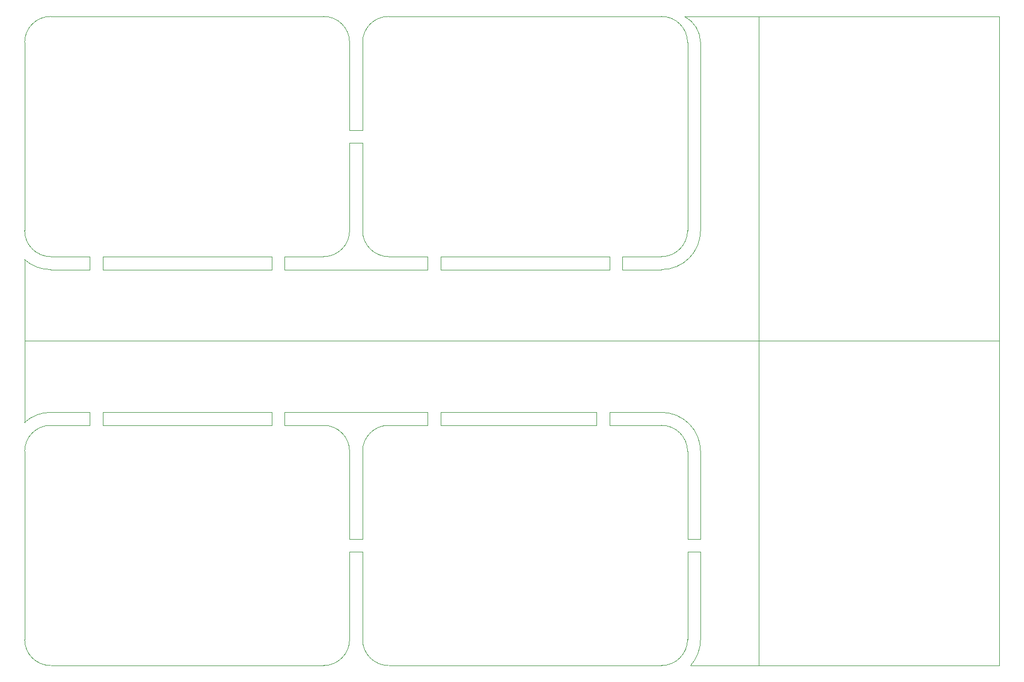
<source format=gm1>
G04 #@! TF.FileFunction,Profile,NP*
%FSLAX45Y45*%
G04 Gerber Fmt 4.5, Leading zero omitted, Abs format (unit mm)*
G04 Created by KiCad (PCBNEW 4.0.2+e4-6225~38~ubuntu14.04.1-stable) date Sat 30 Jul 2016 12:01:36 AM CDT*
%MOMM*%
G01*
G04 APERTURE LIST*
%ADD10C,0.100000*%
%ADD11C,0.050000*%
G04 APERTURE END LIST*
D10*
D11*
X6265000Y-6630000D02*
X6265000Y-6430000D01*
X6065000Y-6430000D02*
X6065000Y-6630000D01*
X14065000Y-6430000D02*
X14065000Y-6630000D01*
X14265000Y-6430000D02*
X14265000Y-6630000D01*
X11465000Y-6630000D02*
X11465000Y-6430000D01*
X11265000Y-6630000D02*
X11265000Y-6430000D01*
X10265000Y-4680000D02*
X10065000Y-4680000D01*
X10265000Y-4480000D02*
X10065000Y-4480000D01*
X8865000Y-6630000D02*
X8865000Y-6430000D01*
X9065000Y-6630000D02*
X9065000Y-6430000D01*
X6065000Y-8830000D02*
X6065000Y-9030000D01*
X6265000Y-8830000D02*
X6265000Y-9030000D01*
X8865000Y-8830000D02*
X8865000Y-9030000D01*
X9065000Y-8830000D02*
X9065000Y-9030000D01*
X11465000Y-8830000D02*
X11465000Y-9030000D01*
X11265000Y-8830000D02*
X11265000Y-9030000D01*
X13865000Y-8830000D02*
X13865000Y-9030000D01*
X14065000Y-9030000D02*
X14070000Y-9030000D01*
X14065000Y-8830000D02*
X14065000Y-9030000D01*
X15465000Y-10780000D02*
X15265000Y-10780000D01*
X10265000Y-10780000D02*
X10065000Y-10780000D01*
X10265000Y-10980000D02*
X10065000Y-10980000D01*
X15310887Y-12731478D02*
G75*
G03X15465000Y-12330000I-445887J401478D01*
G01*
X10065000Y-4680000D02*
X10065000Y-6030000D01*
X10265000Y-4680000D02*
X10265000Y-6030000D01*
X14865000Y-6630000D02*
G75*
G03X15465000Y-6030000I0J600000D01*
G01*
X15219195Y-2730912D02*
G75*
G02X15465000Y-3130000I-209195J-404088D01*
G01*
X15465000Y-9430000D02*
G75*
G03X14865000Y-8830000I-600000J0D01*
G01*
X5063522Y-8984113D02*
G75*
G02X5465000Y-8830000I401478J-445887D01*
G01*
X5063522Y-6475887D02*
G75*
G03X5465000Y-6630000I401478J445887D01*
G01*
X14065000Y-8830000D02*
X14865000Y-8830000D01*
X14865000Y-9030000D02*
X14065000Y-9030000D01*
X13865000Y-8830000D02*
X11465000Y-8830000D01*
X11465000Y-9030000D02*
X13865000Y-9030000D01*
X9065000Y-8830000D02*
X11265000Y-8830000D01*
X9665000Y-9030000D02*
X9065000Y-9030000D01*
X8865000Y-9030000D02*
X6265000Y-9030000D01*
X6265000Y-8830000D02*
X8865000Y-8830000D01*
X5065000Y-8985000D02*
X5065000Y-6475000D01*
X15220000Y-2730000D02*
X20065000Y-2730000D01*
X15465000Y-6030000D02*
X15465000Y-3130000D01*
X14265000Y-6630000D02*
X14865000Y-6630000D01*
X14865000Y-6430000D02*
X14265000Y-6430000D01*
X14065000Y-6430000D02*
X11465000Y-6430000D01*
X11465000Y-6630000D02*
X14065000Y-6630000D01*
X9065000Y-6430000D02*
X9665000Y-6430000D01*
X6265000Y-6430000D02*
X8865000Y-6430000D01*
X6265000Y-6630000D02*
X8865000Y-6630000D01*
X11265000Y-6630000D02*
X9065000Y-6630000D01*
X5465000Y-6630000D02*
X6065000Y-6630000D01*
X15465000Y-10980000D02*
X15465000Y-12330000D01*
X15265000Y-10980000D02*
X15265000Y-12330000D01*
X10265000Y-10780000D02*
X10265000Y-9430000D01*
X10065000Y-10980000D02*
X10065000Y-12330000D01*
X15265000Y-10980000D02*
X15465000Y-10980000D01*
X15465000Y-9430000D02*
X15465000Y-10780000D01*
X5465000Y-8830000D02*
X6065000Y-8830000D01*
X19655000Y-12730000D02*
X19650000Y-12730000D01*
X19655000Y-7730000D02*
X19650000Y-7730000D01*
X16365000Y-2730000D02*
X16365000Y-12730000D01*
X5065000Y-7730000D02*
X20065000Y-7730000D01*
X20065000Y-2730000D02*
X20065000Y-12730000D01*
X10670000Y-12730000D02*
X14870000Y-12730000D01*
X15265000Y-10780000D02*
X15265000Y-9430000D01*
X10265000Y-10980000D02*
X10265000Y-12330000D01*
X14865000Y-12730000D02*
G75*
G03X15265000Y-12330000I0J400000D01*
G01*
X15265000Y-9430000D02*
G75*
G03X14865000Y-9030000I-400000J0D01*
G01*
X10665000Y-9030000D02*
G75*
G03X10265000Y-9430000I0J-400000D01*
G01*
X10265000Y-12330000D02*
G75*
G03X10665000Y-12730000I400000J0D01*
G01*
X11265000Y-9030000D02*
X10665000Y-9030000D01*
X10265000Y-12320000D02*
X10265000Y-12315000D01*
X5065000Y-12320000D02*
X5065000Y-12315000D01*
X6065000Y-9030000D02*
X5465000Y-9030000D01*
X5065000Y-12330000D02*
G75*
G03X5465000Y-12730000I400000J0D01*
G01*
X5465000Y-9030000D02*
G75*
G03X5065000Y-9430000I0J-400000D01*
G01*
X10065000Y-9430000D02*
G75*
G03X9665000Y-9030000I-400000J0D01*
G01*
X9665000Y-12730000D02*
G75*
G03X10065000Y-12330000I0J400000D01*
G01*
X5065000Y-9430000D02*
X5065000Y-12330000D01*
X10065000Y-10780000D02*
X10065000Y-9430000D01*
X5470000Y-12730000D02*
X9670000Y-12730000D01*
X15310000Y-12730000D02*
X20065000Y-12730000D01*
X10665000Y-6430000D02*
X11265000Y-6430000D01*
X15265000Y-6030000D02*
X15265000Y-3130000D01*
X10265000Y-3130000D02*
X10265000Y-4480000D01*
X14865000Y-6430000D02*
G75*
G03X15265000Y-6030000I0J400000D01*
G01*
X15265000Y-3130000D02*
G75*
G03X14865000Y-2730000I-400000J0D01*
G01*
X10665000Y-2730000D02*
G75*
G03X10265000Y-3130000I0J-400000D01*
G01*
X10265000Y-6030000D02*
G75*
G03X10665000Y-6430000I400000J0D01*
G01*
X14865000Y-2730000D02*
X10665000Y-2730000D01*
X5065000Y-6020000D02*
X5065000Y-6015000D01*
X9665000Y-2730000D02*
X5465000Y-2730000D01*
X5065000Y-6030000D02*
G75*
G03X5465000Y-6430000I400000J0D01*
G01*
X5465000Y-2730000D02*
G75*
G03X5065000Y-3130000I0J-400000D01*
G01*
X10065000Y-3130000D02*
G75*
G03X9665000Y-2730000I-400000J0D01*
G01*
X9665000Y-6430000D02*
G75*
G03X10065000Y-6030000I0J400000D01*
G01*
X5065000Y-3130000D02*
X5065000Y-6030000D01*
X10065000Y-4480000D02*
X10065000Y-3130000D01*
X5465000Y-6430000D02*
X6065000Y-6430000D01*
M02*

</source>
